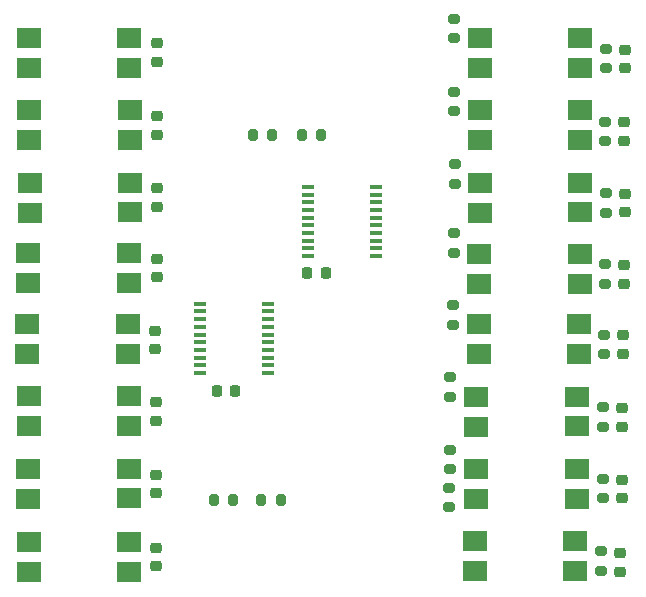
<source format=gbr>
G04 #@! TF.GenerationSoftware,KiCad,Pcbnew,8.0.0*
G04 #@! TF.CreationDate,2024-03-12T13:11:18+03:00*
G04 #@! TF.ProjectId,industrial_mcp23017_input_device_v02,696e6475-7374-4726-9961-6c5f6d637032,rev?*
G04 #@! TF.SameCoordinates,Original*
G04 #@! TF.FileFunction,Paste,Top*
G04 #@! TF.FilePolarity,Positive*
%FSLAX46Y46*%
G04 Gerber Fmt 4.6, Leading zero omitted, Abs format (unit mm)*
G04 Created by KiCad (PCBNEW 8.0.0) date 2024-03-12 13:11:18*
%MOMM*%
%LPD*%
G01*
G04 APERTURE LIST*
G04 Aperture macros list*
%AMRoundRect*
0 Rectangle with rounded corners*
0 $1 Rounding radius*
0 $2 $3 $4 $5 $6 $7 $8 $9 X,Y pos of 4 corners*
0 Add a 4 corners polygon primitive as box body*
4,1,4,$2,$3,$4,$5,$6,$7,$8,$9,$2,$3,0*
0 Add four circle primitives for the rounded corners*
1,1,$1+$1,$2,$3*
1,1,$1+$1,$4,$5*
1,1,$1+$1,$6,$7*
1,1,$1+$1,$8,$9*
0 Add four rect primitives between the rounded corners*
20,1,$1+$1,$2,$3,$4,$5,0*
20,1,$1+$1,$4,$5,$6,$7,0*
20,1,$1+$1,$6,$7,$8,$9,0*
20,1,$1+$1,$8,$9,$2,$3,0*%
G04 Aperture macros list end*
%ADD10RoundRect,0.200000X0.200000X0.275000X-0.200000X0.275000X-0.200000X-0.275000X0.200000X-0.275000X0*%
%ADD11RoundRect,0.200000X0.275000X-0.200000X0.275000X0.200000X-0.275000X0.200000X-0.275000X-0.200000X0*%
%ADD12RoundRect,0.225000X0.225000X0.250000X-0.225000X0.250000X-0.225000X-0.250000X0.225000X-0.250000X0*%
%ADD13RoundRect,0.218750X-0.256250X0.218750X-0.256250X-0.218750X0.256250X-0.218750X0.256250X0.218750X0*%
%ADD14RoundRect,0.200000X-0.200000X-0.275000X0.200000X-0.275000X0.200000X0.275000X-0.200000X0.275000X0*%
%ADD15R,2.000000X1.780000*%
%ADD16R,1.000000X0.400000*%
G04 APERTURE END LIST*
D10*
X106400000Y-68000000D03*
X104750000Y-68000000D03*
D11*
X117320000Y-96325000D03*
X117320000Y-94675000D03*
D12*
X106775000Y-79675000D03*
X105225000Y-79675000D03*
D11*
X117690000Y-72135000D03*
X117690000Y-70485000D03*
D13*
X131830000Y-91132500D03*
X131830000Y-92707500D03*
D14*
X97275000Y-98950000D03*
X98925000Y-98950000D03*
D11*
X130450000Y-68535000D03*
X130450000Y-66885000D03*
D13*
X132130000Y-60782500D03*
X132130000Y-62357500D03*
D15*
X128210000Y-86550000D03*
X128210000Y-84030000D03*
X119710000Y-84030000D03*
X119710000Y-86570000D03*
X128020000Y-98800000D03*
X128020000Y-96280000D03*
X119520000Y-96280000D03*
X119520000Y-98820000D03*
D13*
X131980000Y-84982500D03*
X131980000Y-86557500D03*
D11*
X130220000Y-98775000D03*
X130220000Y-97125000D03*
X130490000Y-74585000D03*
X130490000Y-72935000D03*
D15*
X90160000Y-92660000D03*
X90160000Y-90140000D03*
X81660000Y-90140000D03*
X81660000Y-92680000D03*
D13*
X92380000Y-96782500D03*
X92380000Y-98357500D03*
X92480000Y-72532500D03*
X92480000Y-74107500D03*
D11*
X117300000Y-90170000D03*
X117300000Y-88520000D03*
D13*
X132130000Y-72982500D03*
X132130000Y-74557500D03*
D15*
X128020000Y-92670000D03*
X128020000Y-90150000D03*
X119520000Y-90150000D03*
X119520000Y-92690000D03*
D11*
X130360000Y-86550000D03*
X130360000Y-84900000D03*
X130430000Y-80615000D03*
X130430000Y-78965000D03*
D16*
X105250000Y-72400000D03*
X105250000Y-73050000D03*
X105250000Y-73700000D03*
X105250000Y-74350000D03*
X105250000Y-75000000D03*
X105250000Y-75650000D03*
X105250000Y-76300000D03*
X105250000Y-76950000D03*
X105250000Y-77600000D03*
X105250000Y-78250000D03*
X111050000Y-78250000D03*
X111050000Y-77600000D03*
X111050000Y-76950000D03*
X111050000Y-76300000D03*
X111050000Y-75650000D03*
X111050000Y-75000000D03*
X111050000Y-74350000D03*
X111050000Y-73700000D03*
X111050000Y-73050000D03*
X111050000Y-72400000D03*
D11*
X117600000Y-66010000D03*
X117600000Y-64360000D03*
D13*
X132050000Y-66912500D03*
X132050000Y-68487500D03*
D12*
X99125000Y-89700000D03*
X97575000Y-89700000D03*
D15*
X127900000Y-104920000D03*
X127900000Y-102400000D03*
X119400000Y-102400000D03*
X119400000Y-104940000D03*
D11*
X130080000Y-104905000D03*
X130080000Y-103255000D03*
D13*
X92400000Y-102962500D03*
X92400000Y-104537500D03*
D15*
X90160000Y-62320000D03*
X90160000Y-59800000D03*
X81660000Y-59800000D03*
X81660000Y-62340000D03*
D13*
X132067500Y-79032500D03*
X132067500Y-80607500D03*
D11*
X130220000Y-92695000D03*
X130220000Y-91045000D03*
D13*
X92450000Y-60212500D03*
X92450000Y-61787500D03*
D14*
X100600000Y-68000000D03*
X102250000Y-68000000D03*
D11*
X117640000Y-59815000D03*
X117640000Y-58165000D03*
D13*
X92480000Y-78482500D03*
X92480000Y-80057500D03*
X92430000Y-90632500D03*
X92430000Y-92207500D03*
X131842500Y-97182500D03*
X131842500Y-98757500D03*
D15*
X128280000Y-80590000D03*
X128280000Y-78070000D03*
X119780000Y-78070000D03*
X119780000Y-80610000D03*
X90000000Y-86550000D03*
X90000000Y-84030000D03*
X81500000Y-84030000D03*
X81500000Y-86570000D03*
D13*
X131730000Y-103432500D03*
X131730000Y-105007500D03*
D15*
X128340000Y-62340000D03*
X128340000Y-59820000D03*
X119840000Y-59820000D03*
X119840000Y-62360000D03*
X90080000Y-98770000D03*
X90080000Y-96250000D03*
X81580000Y-96250000D03*
X81580000Y-98790000D03*
X90210000Y-74560000D03*
X90210000Y-72040000D03*
X81710000Y-72040000D03*
X81710000Y-74580000D03*
D11*
X117200000Y-99525000D03*
X117200000Y-97875000D03*
D10*
X102975000Y-98950000D03*
X101325000Y-98950000D03*
D13*
X92530000Y-66432500D03*
X92530000Y-68007500D03*
D15*
X128340000Y-74560000D03*
X128340000Y-72040000D03*
X119840000Y-72040000D03*
X119840000Y-74580000D03*
D13*
X92280000Y-84582500D03*
X92280000Y-86157500D03*
D15*
X90100000Y-80520000D03*
X90100000Y-78000000D03*
X81600000Y-78000000D03*
X81600000Y-80540000D03*
X128300000Y-68450000D03*
X128300000Y-65930000D03*
X119800000Y-65930000D03*
X119800000Y-68470000D03*
D16*
X101900000Y-88150000D03*
X101900000Y-87500000D03*
X101900000Y-86850000D03*
X101900000Y-86200000D03*
X101900000Y-85550000D03*
X101900000Y-84900000D03*
X101900000Y-84250000D03*
X101900000Y-83600000D03*
X101900000Y-82950000D03*
X101900000Y-82300000D03*
X96100000Y-82300000D03*
X96100000Y-82950000D03*
X96100000Y-83600000D03*
X96100000Y-84250000D03*
X96100000Y-84900000D03*
X96100000Y-85550000D03*
X96100000Y-86200000D03*
X96100000Y-86850000D03*
X96100000Y-87500000D03*
X96100000Y-88150000D03*
D15*
X90190000Y-68440000D03*
X90190000Y-65920000D03*
X81690000Y-65920000D03*
X81690000Y-68460000D03*
X90110000Y-105010000D03*
X90110000Y-102490000D03*
X81610000Y-102490000D03*
X81610000Y-105030000D03*
D11*
X117650000Y-77975000D03*
X117650000Y-76325000D03*
X130490000Y-62365000D03*
X130490000Y-60715000D03*
X117530000Y-84070000D03*
X117530000Y-82420000D03*
M02*

</source>
